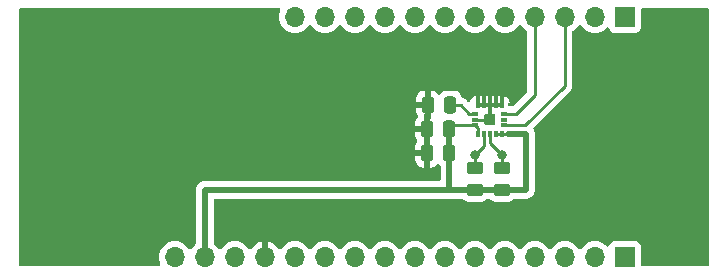
<source format=gbr>
%TF.GenerationSoftware,KiCad,Pcbnew,7.0.6-0*%
%TF.CreationDate,2023-10-22T23:09:20-07:00*%
%TF.ProjectId,esp32_daughtercard,65737033-325f-4646-9175-676874657263,1.0*%
%TF.SameCoordinates,Original*%
%TF.FileFunction,Copper,L1,Top*%
%TF.FilePolarity,Positive*%
%FSLAX46Y46*%
G04 Gerber Fmt 4.6, Leading zero omitted, Abs format (unit mm)*
G04 Created by KiCad (PCBNEW 7.0.6-0) date 2023-10-22 23:09:20*
%MOMM*%
%LPD*%
G01*
G04 APERTURE LIST*
G04 Aperture macros list*
%AMRoundRect*
0 Rectangle with rounded corners*
0 $1 Rounding radius*
0 $2 $3 $4 $5 $6 $7 $8 $9 X,Y pos of 4 corners*
0 Add a 4 corners polygon primitive as box body*
4,1,4,$2,$3,$4,$5,$6,$7,$8,$9,$2,$3,0*
0 Add four circle primitives for the rounded corners*
1,1,$1+$1,$2,$3*
1,1,$1+$1,$4,$5*
1,1,$1+$1,$6,$7*
1,1,$1+$1,$8,$9*
0 Add four rect primitives between the rounded corners*
20,1,$1+$1,$2,$3,$4,$5,0*
20,1,$1+$1,$4,$5,$6,$7,0*
20,1,$1+$1,$6,$7,$8,$9,0*
20,1,$1+$1,$8,$9,$2,$3,0*%
G04 Aperture macros list end*
%TA.AperFunction,SMDPad,CuDef*%
%ADD10RoundRect,0.087500X0.087500X-0.187500X0.087500X0.187500X-0.087500X0.187500X-0.087500X-0.187500X0*%
%TD*%
%TA.AperFunction,SMDPad,CuDef*%
%ADD11RoundRect,0.087500X0.187500X-0.087500X0.187500X0.087500X-0.187500X0.087500X-0.187500X-0.087500X0*%
%TD*%
%TA.AperFunction,SMDPad,CuDef*%
%ADD12RoundRect,0.250000X0.450000X-0.262500X0.450000X0.262500X-0.450000X0.262500X-0.450000X-0.262500X0*%
%TD*%
%TA.AperFunction,ComponentPad*%
%ADD13R,1.700000X1.700000*%
%TD*%
%TA.AperFunction,ComponentPad*%
%ADD14O,1.700000X1.700000*%
%TD*%
%TA.AperFunction,SMDPad,CuDef*%
%ADD15RoundRect,0.250000X0.250000X0.475000X-0.250000X0.475000X-0.250000X-0.475000X0.250000X-0.475000X0*%
%TD*%
%TA.AperFunction,ViaPad*%
%ADD16C,0.800000*%
%TD*%
%TA.AperFunction,Conductor*%
%ADD17C,0.250000*%
%TD*%
%TA.AperFunction,Conductor*%
%ADD18C,0.500000*%
%TD*%
G04 APERTURE END LIST*
D10*
%TO.P,U2,1,VDDIO*%
%TO.N,+3.3V*%
X160544000Y-96520000D03*
%TO.P,U2,2,SCL/SPC*%
%TO.N,SCL*%
X161044000Y-96520000D03*
%TO.P,U2,3,SDA/SDI*%
%TO.N,SDA*%
X161544000Y-96520000D03*
%TO.P,U2,4,SAO/SD0*%
%TO.N,+3.3V*%
X162044000Y-96520000D03*
%TO.P,U2,5,~{CS}*%
X162544000Y-96520000D03*
D11*
%TO.P,U2,6,INT*%
%TO.N,GPIO14*%
X162769000Y-95795000D03*
%TO.P,U2,7,RESV*%
%TO.N,unconnected-(U2-RESV-Pad7)*%
X162769000Y-95295000D03*
%TO.P,U2,8,FSYNC*%
%TO.N,GPIO32*%
X162769000Y-94795000D03*
D10*
%TO.P,U2,9,GND*%
%TO.N,GND*%
X162544000Y-94070000D03*
%TO.P,U2,10,GND*%
X162044000Y-94070000D03*
%TO.P,U2,11,GND*%
X161544000Y-94070000D03*
%TO.P,U2,12,GND*%
X161044000Y-94070000D03*
%TO.P,U2,13,GND*%
X160544000Y-94070000D03*
D11*
%TO.P,U2,14,REGOUT*%
%TO.N,Net-(U2-REGOUT)*%
X160319000Y-94795000D03*
%TO.P,U2,15,GND*%
%TO.N,GND*%
X160319000Y-95295000D03*
%TO.P,U2,16,VDD*%
%TO.N,+3.3V*%
X160319000Y-95795000D03*
%TD*%
D12*
%TO.P,R1,1*%
%TO.N,+3.3V*%
X160274000Y-101242500D03*
%TO.P,R1,2*%
%TO.N,SCL*%
X160274000Y-99417500D03*
%TD*%
D13*
%TO.P,J1,1,Pin_1*%
%TO.N,SDA*%
X172974000Y-86614000D03*
D14*
%TO.P,J1,2,Pin_2*%
%TO.N,SCL*%
X170434000Y-86614000D03*
%TO.P,J1,3,Pin_3*%
%TO.N,GPIO14*%
X167894000Y-86614000D03*
%TO.P,J1,4,Pin_4*%
%TO.N,GPIO32*%
X165354000Y-86614000D03*
%TO.P,J1,5,Pin_5*%
%TO.N,GPIO15*%
X162814000Y-86614000D03*
%TO.P,J1,6,Pin_6*%
%TO.N,GPIO33*%
X160274000Y-86614000D03*
%TO.P,J1,7,Pin_7*%
%TO.N,GPIO27*%
X157734000Y-86614000D03*
%TO.P,J1,8,Pin_8*%
%TO.N,GPIO12*%
X155194000Y-86614000D03*
%TO.P,J1,9,Pin_9*%
%TO.N,LED*%
X152654000Y-86614000D03*
%TO.P,J1,10,Pin_10*%
%TO.N,VUSB*%
X150114000Y-86614000D03*
%TO.P,J1,11,Pin_11*%
%TO.N,EN*%
X147574000Y-86614000D03*
%TO.P,J1,12,Pin_12*%
%TO.N,VBAT*%
X145034000Y-86614000D03*
%TD*%
D13*
%TO.P,J2,1,Pin_1*%
%TO.N,GPIO04*%
X172974000Y-106934000D03*
D14*
%TO.P,J2,2,Pin_2*%
%TO.N,TX*%
X170434000Y-106934000D03*
%TO.P,J2,3,Pin_3*%
%TO.N,RX*%
X167894000Y-106934000D03*
%TO.P,J2,4,Pin_4*%
%TO.N,POCI*%
X165354000Y-106934000D03*
%TO.P,J2,5,Pin_5*%
%TO.N,PICO*%
X162814000Y-106934000D03*
%TO.P,J2,6,Pin_6*%
%TO.N,SCK*%
X160274000Y-106934000D03*
%TO.P,J2,7,Pin_7*%
%TO.N,A5*%
X157734000Y-106934000D03*
%TO.P,J2,8,Pin_8*%
%TO.N,A4*%
X155194000Y-106934000D03*
%TO.P,J2,9,Pin_9*%
%TO.N,A3*%
X152654000Y-106934000D03*
%TO.P,J2,10,Pin_10*%
%TO.N,A2*%
X150114000Y-106934000D03*
%TO.P,J2,11,Pin_11*%
%TO.N,A1*%
X147574000Y-106934000D03*
%TO.P,J2,12,Pin_12*%
%TO.N,A0*%
X145034000Y-106934000D03*
%TO.P,J2,13,Pin_13*%
%TO.N,GND*%
X142494000Y-106934000D03*
%TO.P,J2,14,Pin_14*%
%TO.N,unconnected-(J2-Pin_14-Pad14)*%
X139954000Y-106934000D03*
%TO.P,J2,15,Pin_15*%
%TO.N,+3.3V*%
X137414000Y-106934000D03*
%TO.P,J2,16,Pin_16*%
%TO.N,RESET*%
X134874000Y-106934000D03*
%TD*%
D12*
%TO.P,R2,1*%
%TO.N,+3.3V*%
X162560000Y-101242500D03*
%TO.P,R2,2*%
%TO.N,SDA*%
X162560000Y-99417500D03*
%TD*%
D15*
%TO.P,C2,1*%
%TO.N,+3.3V*%
X158126000Y-96102000D03*
%TO.P,C2,2*%
%TO.N,GND*%
X156226000Y-96102000D03*
%TD*%
%TO.P,C3,1*%
%TO.N,Net-(U2-REGOUT)*%
X158192000Y-94070000D03*
%TO.P,C3,2*%
%TO.N,GND*%
X156292000Y-94070000D03*
%TD*%
%TO.P,C1,1*%
%TO.N,+3.3V*%
X158126000Y-98134000D03*
%TO.P,C1,2*%
%TO.N,GND*%
X156226000Y-98134000D03*
%TD*%
D16*
%TO.N,GND*%
X163068000Y-92202000D03*
X156210000Y-92202000D03*
X156210000Y-99822000D03*
%TO.N,SCL*%
X160274000Y-98298000D03*
%TO.N,SDA*%
X162560000Y-98298000D03*
%TD*%
D17*
%TO.N,+3.3V*%
X162814000Y-96520000D02*
X163068000Y-96520000D01*
X162544000Y-96520000D02*
X162814000Y-96520000D01*
X162814000Y-96520000D02*
X162044000Y-96520000D01*
D18*
X158126000Y-98134000D02*
X158126000Y-101242500D01*
X158496000Y-101242500D02*
X162560000Y-101242500D01*
X164592000Y-96520000D02*
X164592000Y-101242500D01*
X164592000Y-96520000D02*
X163068000Y-96520000D01*
X158126000Y-101242500D02*
X158496000Y-101242500D01*
D17*
X160544000Y-96020000D02*
X160319000Y-95795000D01*
D18*
X137414000Y-101242500D02*
X137414000Y-106934000D01*
X164592000Y-101242500D02*
X162560000Y-101242500D01*
D17*
X160319000Y-95795000D02*
X158433000Y-95795000D01*
X160544000Y-96520000D02*
X160544000Y-96020000D01*
D18*
X158126000Y-98134000D02*
X158126000Y-96102000D01*
X158496000Y-101242500D02*
X137414000Y-101242500D01*
D17*
X158433000Y-95795000D02*
X158126000Y-96102000D01*
%TO.N,GND*%
X160319000Y-95295000D02*
X161290000Y-95295000D01*
%TO.N,Net-(U2-REGOUT)*%
X159819000Y-94795000D02*
X159094000Y-94070000D01*
X159094000Y-94070000D02*
X158192000Y-94070000D01*
X160319000Y-94795000D02*
X159819000Y-94795000D01*
%TO.N,SCL*%
X160274000Y-98298000D02*
X160274000Y-99417500D01*
X160274000Y-98298000D02*
X161044000Y-97528000D01*
X161044000Y-97528000D02*
X161044000Y-96520000D01*
%TO.N,SDA*%
X162560000Y-98298000D02*
X162560000Y-99388000D01*
X161544000Y-97282000D02*
X161544000Y-96520000D01*
X162560000Y-98298000D02*
X161544000Y-97282000D01*
%TO.N,GPIO14*%
X164555000Y-95795000D02*
X167894000Y-92456000D01*
X162769000Y-95795000D02*
X164555000Y-95795000D01*
X167894000Y-92456000D02*
X167894000Y-86614000D01*
%TO.N,GPIO32*%
X163777000Y-94795000D02*
X165354000Y-93218000D01*
X162769000Y-94795000D02*
X163777000Y-94795000D01*
X165354000Y-93218000D02*
X165354000Y-86614000D01*
%TD*%
%TA.AperFunction,Conductor*%
%TO.N,GND*%
G36*
X143771612Y-85871685D02*
G01*
X143817367Y-85924489D01*
X143827311Y-85993647D01*
X143816955Y-86028405D01*
X143760098Y-86150335D01*
X143760094Y-86150344D01*
X143698938Y-86378586D01*
X143698936Y-86378596D01*
X143678341Y-86613999D01*
X143678341Y-86614000D01*
X143698936Y-86849403D01*
X143698938Y-86849413D01*
X143760094Y-87077655D01*
X143760096Y-87077659D01*
X143760097Y-87077663D01*
X143764000Y-87086032D01*
X143859965Y-87291830D01*
X143859967Y-87291834D01*
X143968281Y-87446521D01*
X143995505Y-87485401D01*
X144162599Y-87652495D01*
X144259384Y-87720265D01*
X144356165Y-87788032D01*
X144356167Y-87788033D01*
X144356170Y-87788035D01*
X144570337Y-87887903D01*
X144570343Y-87887904D01*
X144570344Y-87887905D01*
X144625285Y-87902626D01*
X144798592Y-87949063D01*
X144975034Y-87964500D01*
X145033999Y-87969659D01*
X145034000Y-87969659D01*
X145034001Y-87969659D01*
X145092966Y-87964500D01*
X145269408Y-87949063D01*
X145497663Y-87887903D01*
X145711830Y-87788035D01*
X145905401Y-87652495D01*
X146072495Y-87485401D01*
X146202424Y-87299842D01*
X146257002Y-87256217D01*
X146326500Y-87249023D01*
X146388855Y-87280546D01*
X146405575Y-87299842D01*
X146535500Y-87485395D01*
X146535505Y-87485401D01*
X146702599Y-87652495D01*
X146799384Y-87720265D01*
X146896165Y-87788032D01*
X146896167Y-87788033D01*
X146896170Y-87788035D01*
X147110337Y-87887903D01*
X147110343Y-87887904D01*
X147110344Y-87887905D01*
X147165285Y-87902626D01*
X147338592Y-87949063D01*
X147515034Y-87964500D01*
X147573999Y-87969659D01*
X147574000Y-87969659D01*
X147574001Y-87969659D01*
X147632966Y-87964500D01*
X147809408Y-87949063D01*
X148037663Y-87887903D01*
X148251830Y-87788035D01*
X148445401Y-87652495D01*
X148612495Y-87485401D01*
X148742424Y-87299842D01*
X148797002Y-87256217D01*
X148866500Y-87249023D01*
X148928855Y-87280546D01*
X148945575Y-87299842D01*
X149075500Y-87485395D01*
X149075505Y-87485401D01*
X149242599Y-87652495D01*
X149339384Y-87720265D01*
X149436165Y-87788032D01*
X149436167Y-87788033D01*
X149436170Y-87788035D01*
X149650337Y-87887903D01*
X149650343Y-87887904D01*
X149650344Y-87887905D01*
X149705285Y-87902626D01*
X149878592Y-87949063D01*
X150055034Y-87964500D01*
X150113999Y-87969659D01*
X150114000Y-87969659D01*
X150114001Y-87969659D01*
X150172966Y-87964500D01*
X150349408Y-87949063D01*
X150577663Y-87887903D01*
X150791830Y-87788035D01*
X150985401Y-87652495D01*
X151152495Y-87485401D01*
X151282424Y-87299842D01*
X151337002Y-87256217D01*
X151406500Y-87249023D01*
X151468855Y-87280546D01*
X151485575Y-87299842D01*
X151615500Y-87485395D01*
X151615505Y-87485401D01*
X151782599Y-87652495D01*
X151879384Y-87720265D01*
X151976165Y-87788032D01*
X151976167Y-87788033D01*
X151976170Y-87788035D01*
X152190337Y-87887903D01*
X152190343Y-87887904D01*
X152190344Y-87887905D01*
X152245285Y-87902626D01*
X152418592Y-87949063D01*
X152595034Y-87964500D01*
X152653999Y-87969659D01*
X152654000Y-87969659D01*
X152654001Y-87969659D01*
X152712966Y-87964500D01*
X152889408Y-87949063D01*
X153117663Y-87887903D01*
X153331830Y-87788035D01*
X153525401Y-87652495D01*
X153692495Y-87485401D01*
X153822424Y-87299842D01*
X153877002Y-87256217D01*
X153946500Y-87249023D01*
X154008855Y-87280546D01*
X154025575Y-87299842D01*
X154155500Y-87485395D01*
X154155505Y-87485401D01*
X154322599Y-87652495D01*
X154419384Y-87720265D01*
X154516165Y-87788032D01*
X154516167Y-87788033D01*
X154516170Y-87788035D01*
X154730337Y-87887903D01*
X154730343Y-87887904D01*
X154730344Y-87887905D01*
X154785285Y-87902626D01*
X154958592Y-87949063D01*
X155135034Y-87964500D01*
X155193999Y-87969659D01*
X155194000Y-87969659D01*
X155194001Y-87969659D01*
X155252966Y-87964500D01*
X155429408Y-87949063D01*
X155657663Y-87887903D01*
X155871830Y-87788035D01*
X156065401Y-87652495D01*
X156232495Y-87485401D01*
X156362424Y-87299842D01*
X156417002Y-87256217D01*
X156486500Y-87249023D01*
X156548855Y-87280546D01*
X156565575Y-87299842D01*
X156695500Y-87485395D01*
X156695505Y-87485401D01*
X156862599Y-87652495D01*
X156959384Y-87720264D01*
X157056165Y-87788032D01*
X157056167Y-87788033D01*
X157056170Y-87788035D01*
X157270337Y-87887903D01*
X157270343Y-87887904D01*
X157270344Y-87887905D01*
X157325285Y-87902626D01*
X157498592Y-87949063D01*
X157675034Y-87964500D01*
X157733999Y-87969659D01*
X157734000Y-87969659D01*
X157734001Y-87969659D01*
X157792966Y-87964500D01*
X157969408Y-87949063D01*
X158197663Y-87887903D01*
X158411830Y-87788035D01*
X158605401Y-87652495D01*
X158772495Y-87485401D01*
X158902424Y-87299842D01*
X158957002Y-87256217D01*
X159026500Y-87249023D01*
X159088855Y-87280546D01*
X159105575Y-87299842D01*
X159235500Y-87485395D01*
X159235505Y-87485401D01*
X159402599Y-87652495D01*
X159499384Y-87720264D01*
X159596165Y-87788032D01*
X159596167Y-87788033D01*
X159596170Y-87788035D01*
X159810337Y-87887903D01*
X159810343Y-87887904D01*
X159810344Y-87887905D01*
X159865285Y-87902626D01*
X160038592Y-87949063D01*
X160215034Y-87964500D01*
X160273999Y-87969659D01*
X160274000Y-87969659D01*
X160274001Y-87969659D01*
X160332966Y-87964500D01*
X160509408Y-87949063D01*
X160737663Y-87887903D01*
X160951830Y-87788035D01*
X161145401Y-87652495D01*
X161312495Y-87485401D01*
X161442424Y-87299842D01*
X161497002Y-87256217D01*
X161566500Y-87249023D01*
X161628855Y-87280546D01*
X161645575Y-87299842D01*
X161775500Y-87485395D01*
X161775505Y-87485401D01*
X161942599Y-87652495D01*
X162039384Y-87720264D01*
X162136165Y-87788032D01*
X162136167Y-87788033D01*
X162136170Y-87788035D01*
X162350337Y-87887903D01*
X162350343Y-87887904D01*
X162350344Y-87887905D01*
X162405285Y-87902626D01*
X162578592Y-87949063D01*
X162755034Y-87964500D01*
X162813999Y-87969659D01*
X162814000Y-87969659D01*
X162814001Y-87969659D01*
X162872966Y-87964500D01*
X163049408Y-87949063D01*
X163277663Y-87887903D01*
X163491830Y-87788035D01*
X163685401Y-87652495D01*
X163852495Y-87485401D01*
X163982424Y-87299842D01*
X164037002Y-87256217D01*
X164106500Y-87249023D01*
X164168855Y-87280546D01*
X164185575Y-87299842D01*
X164315500Y-87485395D01*
X164315505Y-87485401D01*
X164482599Y-87652495D01*
X164675624Y-87787653D01*
X164719248Y-87842228D01*
X164728500Y-87889226D01*
X164728500Y-92907546D01*
X164708815Y-92974585D01*
X164692181Y-92995227D01*
X163554228Y-94133181D01*
X163492905Y-94166666D01*
X163466547Y-94169500D01*
X163218836Y-94169500D01*
X163171384Y-94160061D01*
X163107406Y-94133561D01*
X163053002Y-94089721D01*
X163030937Y-94023427D01*
X163048216Y-93955727D01*
X163099353Y-93908116D01*
X163154858Y-93895000D01*
X163218999Y-93895000D01*
X163218999Y-93843986D01*
X163203881Y-93729140D01*
X163203877Y-93729128D01*
X163144683Y-93586219D01*
X163144680Y-93586213D01*
X163050510Y-93463490D01*
X163050509Y-93463489D01*
X162927786Y-93369319D01*
X162927780Y-93369316D01*
X162784868Y-93310121D01*
X162719000Y-93301448D01*
X162719000Y-93895000D01*
X162731819Y-93907819D01*
X162765304Y-93969142D01*
X162760320Y-94038834D01*
X162718448Y-94094767D01*
X162652984Y-94119184D01*
X162644138Y-94119500D01*
X162542960Y-94119500D01*
X162542954Y-94119500D01*
X162542949Y-94119501D01*
X162446254Y-94132231D01*
X162434895Y-94130459D01*
X162430594Y-94133561D01*
X162284962Y-94193882D01*
X162251739Y-94219376D01*
X162186569Y-94244570D01*
X162176253Y-94245000D01*
X161719000Y-94245000D01*
X161719000Y-94838548D01*
X161777819Y-94830806D01*
X161810187Y-94830807D01*
X161890310Y-94841356D01*
X161954207Y-94869623D01*
X161992677Y-94927948D01*
X161997063Y-94948108D01*
X162007689Y-95028813D01*
X162007689Y-95061186D01*
X161993500Y-95168952D01*
X161993500Y-95421047D01*
X162007689Y-95528814D01*
X162007689Y-95561186D01*
X161997131Y-95641378D01*
X161968864Y-95705274D01*
X161910539Y-95743745D01*
X161890378Y-95748131D01*
X161810186Y-95758689D01*
X161777814Y-95758689D01*
X161670047Y-95744500D01*
X161670040Y-95744500D01*
X161417960Y-95744500D01*
X161417952Y-95744500D01*
X161310186Y-95758689D01*
X161277814Y-95758689D01*
X161197621Y-95748131D01*
X161133725Y-95719864D01*
X161095254Y-95661540D01*
X161090869Y-95641383D01*
X161080059Y-95559272D01*
X161080059Y-95526903D01*
X161087551Y-95469999D01*
X161074287Y-95454875D01*
X161058755Y-95450315D01*
X161026401Y-95416386D01*
X161025065Y-95417412D01*
X161020117Y-95410964D01*
X161020117Y-95410963D01*
X160989057Y-95370484D01*
X160963864Y-95305318D01*
X160977902Y-95236873D01*
X160989053Y-95219519D01*
X161020117Y-95179037D01*
X161020117Y-95179035D01*
X161025065Y-95172588D01*
X161026844Y-95173953D01*
X161068980Y-95133781D01*
X161077215Y-95131783D01*
X161087549Y-95119999D01*
X161080059Y-95063096D01*
X161080059Y-95030727D01*
X161080311Y-95028813D01*
X161090936Y-94948108D01*
X161119203Y-94884212D01*
X161177527Y-94845741D01*
X161197691Y-94841355D01*
X161277815Y-94830807D01*
X161310183Y-94830807D01*
X161368999Y-94838549D01*
X161369000Y-94838549D01*
X161369000Y-94245000D01*
X160911747Y-94245000D01*
X160844708Y-94225315D01*
X160836261Y-94219376D01*
X160803036Y-94193882D01*
X160803037Y-94193882D01*
X160657406Y-94133561D01*
X160656292Y-94132663D01*
X160641745Y-94132231D01*
X160545050Y-94119501D01*
X160545045Y-94119500D01*
X160545040Y-94119500D01*
X160493000Y-94119500D01*
X160425961Y-94099815D01*
X160380206Y-94047011D01*
X160369000Y-93995500D01*
X160369000Y-93301450D01*
X160368998Y-93301449D01*
X160303140Y-93310118D01*
X160303128Y-93310122D01*
X160160219Y-93369316D01*
X160160213Y-93369319D01*
X160037490Y-93463489D01*
X160037489Y-93463490D01*
X159943319Y-93586213D01*
X159943317Y-93586217D01*
X159882970Y-93731909D01*
X159839129Y-93786312D01*
X159772835Y-93808377D01*
X159705135Y-93791098D01*
X159680728Y-93772137D01*
X159594803Y-93686212D01*
X159584980Y-93673950D01*
X159584759Y-93674134D01*
X159579786Y-93668123D01*
X159564052Y-93653348D01*
X159529364Y-93620773D01*
X159518919Y-93610328D01*
X159508475Y-93599883D01*
X159502986Y-93595625D01*
X159498561Y-93591847D01*
X159464582Y-93559938D01*
X159464580Y-93559936D01*
X159464577Y-93559935D01*
X159447029Y-93550288D01*
X159430763Y-93539604D01*
X159414933Y-93527325D01*
X159372168Y-93508818D01*
X159366922Y-93506248D01*
X159326093Y-93483803D01*
X159326092Y-93483802D01*
X159306693Y-93478822D01*
X159288281Y-93472518D01*
X159269898Y-93464562D01*
X159269894Y-93464561D01*
X159259508Y-93462916D01*
X159196374Y-93432985D01*
X159161204Y-93379449D01*
X159135357Y-93301448D01*
X160719000Y-93301448D01*
X160719000Y-93895000D01*
X160869000Y-93895000D01*
X160869000Y-93301450D01*
X160868998Y-93301449D01*
X160810181Y-93309192D01*
X160777812Y-93309192D01*
X160719000Y-93301448D01*
X161219000Y-93301448D01*
X161219000Y-93895000D01*
X161369000Y-93895000D01*
X161369000Y-93301450D01*
X161368998Y-93301449D01*
X161310181Y-93309192D01*
X161277812Y-93309192D01*
X161219000Y-93301448D01*
X161719000Y-93301448D01*
X161719000Y-93895000D01*
X161869000Y-93895000D01*
X161869000Y-93301450D01*
X161868998Y-93301449D01*
X161810181Y-93309192D01*
X161777812Y-93309192D01*
X161719000Y-93301448D01*
X162219000Y-93301448D01*
X162219000Y-93895000D01*
X162368998Y-93895000D01*
X162369000Y-93894998D01*
X162369000Y-93301450D01*
X162368998Y-93301449D01*
X162310181Y-93309192D01*
X162277812Y-93309192D01*
X162219000Y-93301448D01*
X161719000Y-93301448D01*
X161219000Y-93301448D01*
X160719000Y-93301448D01*
X159135357Y-93301448D01*
X159126814Y-93275666D01*
X159034712Y-93126344D01*
X158910656Y-93002288D01*
X158761334Y-92910186D01*
X158594797Y-92855001D01*
X158594795Y-92855000D01*
X158492010Y-92844500D01*
X157891998Y-92844500D01*
X157891980Y-92844501D01*
X157789203Y-92855000D01*
X157789200Y-92855001D01*
X157622668Y-92910185D01*
X157622663Y-92910187D01*
X157473342Y-93002289D01*
X157349288Y-93126343D01*
X157349283Y-93126349D01*
X157347241Y-93129661D01*
X157345247Y-93131453D01*
X157344807Y-93132011D01*
X157344711Y-93131935D01*
X157295291Y-93176383D01*
X157226328Y-93187602D01*
X157162247Y-93159755D01*
X157136168Y-93129656D01*
X157134319Y-93126659D01*
X157134316Y-93126655D01*
X157010345Y-93002684D01*
X156861124Y-92910643D01*
X156861119Y-92910641D01*
X156694697Y-92855494D01*
X156694690Y-92855493D01*
X156591986Y-92845000D01*
X156542000Y-92845000D01*
X156542000Y-95217638D01*
X156522315Y-95284677D01*
X156505681Y-95305319D01*
X156476000Y-95335000D01*
X156476000Y-99358999D01*
X156525972Y-99358999D01*
X156525986Y-99358998D01*
X156628697Y-99348505D01*
X156795119Y-99293358D01*
X156795124Y-99293356D01*
X156944345Y-99201315D01*
X157068318Y-99077342D01*
X157070165Y-99074348D01*
X157071969Y-99072724D01*
X157072798Y-99071677D01*
X157072976Y-99071818D01*
X157122110Y-99027621D01*
X157191073Y-99016396D01*
X157255156Y-99044236D01*
X157281243Y-99074341D01*
X157283288Y-99077656D01*
X157283289Y-99077657D01*
X157339181Y-99133549D01*
X157372666Y-99194872D01*
X157375500Y-99221230D01*
X157375500Y-100368000D01*
X157355815Y-100435039D01*
X157303011Y-100480794D01*
X157251500Y-100492000D01*
X137437641Y-100492000D01*
X137434040Y-100491895D01*
X137370065Y-100488169D01*
X137370062Y-100488169D01*
X137306943Y-100499298D01*
X137303375Y-100499821D01*
X137239750Y-100507258D01*
X137239743Y-100507259D01*
X137229201Y-100511096D01*
X137208335Y-100516686D01*
X137197297Y-100518632D01*
X137197285Y-100518636D01*
X137138450Y-100544014D01*
X137135100Y-100545345D01*
X137074885Y-100567261D01*
X137074881Y-100567263D01*
X137065502Y-100573431D01*
X137046498Y-100583677D01*
X137036204Y-100588118D01*
X137036189Y-100588126D01*
X136984794Y-100626389D01*
X136981841Y-100628457D01*
X136928306Y-100663668D01*
X136920606Y-100671829D01*
X136904469Y-100686189D01*
X136895470Y-100692888D01*
X136854274Y-100741983D01*
X136851878Y-100744676D01*
X136807905Y-100791284D01*
X136802300Y-100800993D01*
X136789909Y-100818691D01*
X136782699Y-100827283D01*
X136753940Y-100884547D01*
X136752229Y-100887720D01*
X136720188Y-100943217D01*
X136720187Y-100943219D01*
X136716968Y-100953970D01*
X136708996Y-100974037D01*
X136703960Y-100984065D01*
X136703959Y-100984069D01*
X136689182Y-101046412D01*
X136688249Y-101049893D01*
X136669869Y-101111292D01*
X136669217Y-101122490D01*
X136666087Y-101143861D01*
X136663500Y-101154779D01*
X136663500Y-101218858D01*
X136663395Y-101222463D01*
X136659669Y-101286434D01*
X136659669Y-101286435D01*
X136661616Y-101297477D01*
X136663500Y-101319009D01*
X136663500Y-105746298D01*
X136643815Y-105813337D01*
X136610625Y-105847872D01*
X136542595Y-105895507D01*
X136375505Y-106062597D01*
X136245575Y-106248158D01*
X136190998Y-106291783D01*
X136121500Y-106298977D01*
X136059145Y-106267454D01*
X136042425Y-106248158D01*
X135912494Y-106062597D01*
X135745402Y-105895506D01*
X135745395Y-105895501D01*
X135551834Y-105759967D01*
X135551830Y-105759965D01*
X135522521Y-105746298D01*
X135337663Y-105660097D01*
X135337659Y-105660096D01*
X135337655Y-105660094D01*
X135109413Y-105598938D01*
X135109403Y-105598936D01*
X134874001Y-105578341D01*
X134873999Y-105578341D01*
X134638596Y-105598936D01*
X134638586Y-105598938D01*
X134410344Y-105660094D01*
X134410335Y-105660098D01*
X134196171Y-105759964D01*
X134196169Y-105759965D01*
X134002597Y-105895505D01*
X133835505Y-106062597D01*
X133699965Y-106256169D01*
X133699964Y-106256171D01*
X133600098Y-106470335D01*
X133600094Y-106470344D01*
X133538938Y-106698586D01*
X133538936Y-106698596D01*
X133518341Y-106933999D01*
X133518341Y-106934000D01*
X133538936Y-107169403D01*
X133538938Y-107169413D01*
X133600094Y-107397655D01*
X133600096Y-107397659D01*
X133600097Y-107397663D01*
X133656955Y-107519595D01*
X133667447Y-107588673D01*
X133638927Y-107652457D01*
X133580451Y-107690696D01*
X133544573Y-107696000D01*
X121790000Y-107696000D01*
X121722961Y-107676315D01*
X121677206Y-107623511D01*
X121666000Y-107572000D01*
X121666000Y-98384000D01*
X155226001Y-98384000D01*
X155226001Y-98658986D01*
X155236494Y-98761697D01*
X155291641Y-98928119D01*
X155291643Y-98928124D01*
X155383684Y-99077345D01*
X155507654Y-99201315D01*
X155656875Y-99293356D01*
X155656880Y-99293358D01*
X155823302Y-99348505D01*
X155823309Y-99348506D01*
X155926019Y-99358999D01*
X155975999Y-99358998D01*
X155976000Y-99358998D01*
X155976000Y-98384000D01*
X155226001Y-98384000D01*
X121666000Y-98384000D01*
X121666000Y-97884000D01*
X155226000Y-97884000D01*
X155976000Y-97884000D01*
X155976000Y-96352000D01*
X155226001Y-96352000D01*
X155226001Y-96626986D01*
X155236494Y-96729697D01*
X155291641Y-96896119D01*
X155291643Y-96896124D01*
X155387475Y-97051491D01*
X155385108Y-97052950D01*
X155406461Y-97105912D01*
X155393406Y-97174551D01*
X155387139Y-97184301D01*
X155387475Y-97184509D01*
X155291643Y-97339875D01*
X155291641Y-97339880D01*
X155236494Y-97506302D01*
X155236493Y-97506309D01*
X155226000Y-97609013D01*
X155226000Y-97884000D01*
X121666000Y-97884000D01*
X121666000Y-95852000D01*
X155226000Y-95852000D01*
X155976000Y-95852000D01*
X155976000Y-94954361D01*
X155995685Y-94887322D01*
X156012319Y-94866679D01*
X156042000Y-94836998D01*
X156042000Y-94320000D01*
X155292001Y-94320000D01*
X155292001Y-94594986D01*
X155302494Y-94697697D01*
X155357641Y-94864119D01*
X155357643Y-94864124D01*
X155428468Y-94978949D01*
X155446908Y-95046342D01*
X155425985Y-95113005D01*
X155410612Y-95131726D01*
X155383684Y-95158654D01*
X155291643Y-95307875D01*
X155291641Y-95307880D01*
X155236494Y-95474302D01*
X155236493Y-95474309D01*
X155226000Y-95577013D01*
X155226000Y-95852000D01*
X121666000Y-95852000D01*
X121666000Y-93820000D01*
X155292000Y-93820000D01*
X156042000Y-93820000D01*
X156042000Y-92845000D01*
X156041999Y-92844999D01*
X155992029Y-92845000D01*
X155992011Y-92845001D01*
X155889302Y-92855494D01*
X155722880Y-92910641D01*
X155722875Y-92910643D01*
X155573654Y-93002684D01*
X155449684Y-93126654D01*
X155357643Y-93275875D01*
X155357641Y-93275880D01*
X155302494Y-93442302D01*
X155302493Y-93442309D01*
X155292000Y-93545013D01*
X155292000Y-93820000D01*
X121666000Y-93820000D01*
X121666000Y-85976000D01*
X121685685Y-85908961D01*
X121738489Y-85863206D01*
X121790000Y-85852000D01*
X143704573Y-85852000D01*
X143771612Y-85871685D01*
G37*
%TD.AperFunction*%
%TA.AperFunction,Conductor*%
G36*
X180029039Y-85871685D02*
G01*
X180074794Y-85924489D01*
X180086000Y-85976000D01*
X180086000Y-107572000D01*
X180066315Y-107639039D01*
X180013511Y-107684794D01*
X179962000Y-107696000D01*
X174448500Y-107696000D01*
X174381461Y-107676315D01*
X174335706Y-107623511D01*
X174324500Y-107572000D01*
X174324499Y-106036129D01*
X174324498Y-106036123D01*
X174318091Y-105976516D01*
X174267797Y-105841671D01*
X174267793Y-105841664D01*
X174181547Y-105726455D01*
X174181544Y-105726452D01*
X174066335Y-105640206D01*
X174066328Y-105640202D01*
X173931482Y-105589908D01*
X173931483Y-105589908D01*
X173871883Y-105583501D01*
X173871881Y-105583500D01*
X173871873Y-105583500D01*
X173871864Y-105583500D01*
X172076129Y-105583500D01*
X172076123Y-105583501D01*
X172016516Y-105589908D01*
X171881671Y-105640202D01*
X171881664Y-105640206D01*
X171766455Y-105726452D01*
X171766452Y-105726455D01*
X171680206Y-105841664D01*
X171680203Y-105841669D01*
X171631189Y-105973083D01*
X171589317Y-106029016D01*
X171523853Y-106053433D01*
X171455580Y-106038581D01*
X171427326Y-106017430D01*
X171305402Y-105895506D01*
X171305395Y-105895501D01*
X171111834Y-105759967D01*
X171111830Y-105759965D01*
X171082521Y-105746298D01*
X170897663Y-105660097D01*
X170897659Y-105660096D01*
X170897655Y-105660094D01*
X170669413Y-105598938D01*
X170669403Y-105598936D01*
X170434001Y-105578341D01*
X170433999Y-105578341D01*
X170198596Y-105598936D01*
X170198586Y-105598938D01*
X169970344Y-105660094D01*
X169970335Y-105660098D01*
X169756171Y-105759964D01*
X169756169Y-105759965D01*
X169562597Y-105895505D01*
X169395505Y-106062597D01*
X169265575Y-106248158D01*
X169210998Y-106291783D01*
X169141500Y-106298977D01*
X169079145Y-106267454D01*
X169062425Y-106248158D01*
X168932494Y-106062597D01*
X168765402Y-105895506D01*
X168765395Y-105895501D01*
X168571834Y-105759967D01*
X168571830Y-105759965D01*
X168542521Y-105746298D01*
X168357663Y-105660097D01*
X168357659Y-105660096D01*
X168357655Y-105660094D01*
X168129413Y-105598938D01*
X168129403Y-105598936D01*
X167894001Y-105578341D01*
X167893999Y-105578341D01*
X167658596Y-105598936D01*
X167658586Y-105598938D01*
X167430344Y-105660094D01*
X167430335Y-105660098D01*
X167216171Y-105759964D01*
X167216169Y-105759965D01*
X167022597Y-105895505D01*
X166855508Y-106062594D01*
X166725574Y-106248159D01*
X166670997Y-106291784D01*
X166601498Y-106298976D01*
X166539144Y-106267454D01*
X166522424Y-106248158D01*
X166392494Y-106062597D01*
X166225402Y-105895506D01*
X166225395Y-105895501D01*
X166031834Y-105759967D01*
X166031830Y-105759965D01*
X166002521Y-105746298D01*
X165817663Y-105660097D01*
X165817659Y-105660096D01*
X165817655Y-105660094D01*
X165589413Y-105598938D01*
X165589403Y-105598936D01*
X165354001Y-105578341D01*
X165353999Y-105578341D01*
X165118596Y-105598936D01*
X165118586Y-105598938D01*
X164890344Y-105660094D01*
X164890335Y-105660098D01*
X164676171Y-105759964D01*
X164676169Y-105759965D01*
X164482597Y-105895505D01*
X164315505Y-106062597D01*
X164185575Y-106248158D01*
X164130998Y-106291783D01*
X164061500Y-106298977D01*
X163999145Y-106267454D01*
X163982425Y-106248158D01*
X163852494Y-106062597D01*
X163685402Y-105895506D01*
X163685395Y-105895501D01*
X163491834Y-105759967D01*
X163491830Y-105759965D01*
X163462521Y-105746298D01*
X163277663Y-105660097D01*
X163277659Y-105660096D01*
X163277655Y-105660094D01*
X163049413Y-105598938D01*
X163049403Y-105598936D01*
X162814001Y-105578341D01*
X162813999Y-105578341D01*
X162578596Y-105598936D01*
X162578586Y-105598938D01*
X162350344Y-105660094D01*
X162350335Y-105660098D01*
X162136171Y-105759964D01*
X162136169Y-105759965D01*
X161942597Y-105895505D01*
X161775505Y-106062597D01*
X161645575Y-106248158D01*
X161590998Y-106291783D01*
X161521500Y-106298977D01*
X161459145Y-106267454D01*
X161442425Y-106248158D01*
X161312494Y-106062597D01*
X161145402Y-105895506D01*
X161145395Y-105895501D01*
X160951834Y-105759967D01*
X160951830Y-105759965D01*
X160922521Y-105746298D01*
X160737663Y-105660097D01*
X160737659Y-105660096D01*
X160737655Y-105660094D01*
X160509413Y-105598938D01*
X160509403Y-105598936D01*
X160274001Y-105578341D01*
X160273999Y-105578341D01*
X160038596Y-105598936D01*
X160038586Y-105598938D01*
X159810344Y-105660094D01*
X159810335Y-105660098D01*
X159596171Y-105759964D01*
X159596169Y-105759965D01*
X159402597Y-105895505D01*
X159235505Y-106062597D01*
X159105575Y-106248158D01*
X159050998Y-106291783D01*
X158981500Y-106298977D01*
X158919145Y-106267454D01*
X158902425Y-106248158D01*
X158772494Y-106062597D01*
X158605402Y-105895506D01*
X158605395Y-105895501D01*
X158411834Y-105759967D01*
X158411830Y-105759965D01*
X158382521Y-105746298D01*
X158197663Y-105660097D01*
X158197659Y-105660096D01*
X158197655Y-105660094D01*
X157969413Y-105598938D01*
X157969403Y-105598936D01*
X157734001Y-105578341D01*
X157733999Y-105578341D01*
X157498596Y-105598936D01*
X157498586Y-105598938D01*
X157270344Y-105660094D01*
X157270335Y-105660098D01*
X157056171Y-105759964D01*
X157056169Y-105759965D01*
X156862597Y-105895505D01*
X156695505Y-106062597D01*
X156565575Y-106248158D01*
X156510998Y-106291783D01*
X156441500Y-106298977D01*
X156379145Y-106267454D01*
X156362425Y-106248158D01*
X156232494Y-106062597D01*
X156065402Y-105895506D01*
X156065395Y-105895501D01*
X155871834Y-105759967D01*
X155871830Y-105759965D01*
X155842521Y-105746298D01*
X155657663Y-105660097D01*
X155657659Y-105660096D01*
X155657655Y-105660094D01*
X155429413Y-105598938D01*
X155429403Y-105598936D01*
X155194001Y-105578341D01*
X155193999Y-105578341D01*
X154958596Y-105598936D01*
X154958586Y-105598938D01*
X154730344Y-105660094D01*
X154730335Y-105660098D01*
X154516171Y-105759964D01*
X154516169Y-105759965D01*
X154322597Y-105895505D01*
X154155505Y-106062597D01*
X154025575Y-106248158D01*
X153970998Y-106291783D01*
X153901500Y-106298977D01*
X153839145Y-106267454D01*
X153822425Y-106248158D01*
X153692494Y-106062597D01*
X153525402Y-105895506D01*
X153525395Y-105895501D01*
X153331834Y-105759967D01*
X153331830Y-105759965D01*
X153302521Y-105746298D01*
X153117663Y-105660097D01*
X153117659Y-105660096D01*
X153117655Y-105660094D01*
X152889413Y-105598938D01*
X152889403Y-105598936D01*
X152654001Y-105578341D01*
X152653999Y-105578341D01*
X152418596Y-105598936D01*
X152418586Y-105598938D01*
X152190344Y-105660094D01*
X152190335Y-105660098D01*
X151976171Y-105759964D01*
X151976169Y-105759965D01*
X151782597Y-105895505D01*
X151615505Y-106062597D01*
X151485575Y-106248158D01*
X151430998Y-106291783D01*
X151361500Y-106298977D01*
X151299145Y-106267454D01*
X151282425Y-106248158D01*
X151152494Y-106062597D01*
X150985402Y-105895506D01*
X150985395Y-105895501D01*
X150791834Y-105759967D01*
X150791830Y-105759965D01*
X150762521Y-105746298D01*
X150577663Y-105660097D01*
X150577659Y-105660096D01*
X150577655Y-105660094D01*
X150349413Y-105598938D01*
X150349403Y-105598936D01*
X150114001Y-105578341D01*
X150113999Y-105578341D01*
X149878596Y-105598936D01*
X149878586Y-105598938D01*
X149650344Y-105660094D01*
X149650335Y-105660098D01*
X149436171Y-105759964D01*
X149436169Y-105759965D01*
X149242597Y-105895505D01*
X149075505Y-106062597D01*
X148945575Y-106248158D01*
X148890998Y-106291783D01*
X148821500Y-106298977D01*
X148759145Y-106267454D01*
X148742425Y-106248158D01*
X148612494Y-106062597D01*
X148445402Y-105895506D01*
X148445395Y-105895501D01*
X148251834Y-105759967D01*
X148251830Y-105759965D01*
X148222521Y-105746298D01*
X148037663Y-105660097D01*
X148037659Y-105660096D01*
X148037655Y-105660094D01*
X147809413Y-105598938D01*
X147809403Y-105598936D01*
X147574001Y-105578341D01*
X147573999Y-105578341D01*
X147338596Y-105598936D01*
X147338586Y-105598938D01*
X147110344Y-105660094D01*
X147110335Y-105660098D01*
X146896171Y-105759964D01*
X146896169Y-105759965D01*
X146702597Y-105895505D01*
X146535505Y-106062597D01*
X146405575Y-106248158D01*
X146350998Y-106291783D01*
X146281500Y-106298977D01*
X146219145Y-106267454D01*
X146202425Y-106248158D01*
X146072494Y-106062597D01*
X145905402Y-105895506D01*
X145905395Y-105895501D01*
X145711834Y-105759967D01*
X145711830Y-105759965D01*
X145682521Y-105746298D01*
X145497663Y-105660097D01*
X145497659Y-105660096D01*
X145497655Y-105660094D01*
X145269413Y-105598938D01*
X145269403Y-105598936D01*
X145034001Y-105578341D01*
X145033999Y-105578341D01*
X144798596Y-105598936D01*
X144798586Y-105598938D01*
X144570344Y-105660094D01*
X144570335Y-105660098D01*
X144356171Y-105759964D01*
X144356169Y-105759965D01*
X144162597Y-105895505D01*
X143995508Y-106062594D01*
X143865269Y-106248595D01*
X143810692Y-106292219D01*
X143741193Y-106299412D01*
X143678839Y-106267890D01*
X143662119Y-106248594D01*
X143532113Y-106062926D01*
X143532108Y-106062920D01*
X143365082Y-105895894D01*
X143171578Y-105760399D01*
X142957492Y-105660570D01*
X142957486Y-105660567D01*
X142744000Y-105603364D01*
X142744000Y-106498498D01*
X142636315Y-106449320D01*
X142529763Y-106434000D01*
X142458237Y-106434000D01*
X142351685Y-106449320D01*
X142244000Y-106498498D01*
X142244000Y-105603364D01*
X142243999Y-105603364D01*
X142030513Y-105660567D01*
X142030507Y-105660570D01*
X141816422Y-105760399D01*
X141816420Y-105760400D01*
X141622926Y-105895886D01*
X141622920Y-105895891D01*
X141455891Y-106062920D01*
X141455890Y-106062922D01*
X141325880Y-106248595D01*
X141271303Y-106292219D01*
X141201804Y-106299412D01*
X141139450Y-106267890D01*
X141122730Y-106248594D01*
X140992494Y-106062597D01*
X140825402Y-105895506D01*
X140825395Y-105895501D01*
X140631834Y-105759967D01*
X140631830Y-105759965D01*
X140602521Y-105746298D01*
X140417663Y-105660097D01*
X140417659Y-105660096D01*
X140417655Y-105660094D01*
X140189413Y-105598938D01*
X140189403Y-105598936D01*
X139954001Y-105578341D01*
X139953999Y-105578341D01*
X139718596Y-105598936D01*
X139718586Y-105598938D01*
X139490344Y-105660094D01*
X139490335Y-105660098D01*
X139276171Y-105759964D01*
X139276169Y-105759965D01*
X139082597Y-105895505D01*
X138915505Y-106062597D01*
X138785575Y-106248158D01*
X138730998Y-106291783D01*
X138661500Y-106298977D01*
X138599145Y-106267454D01*
X138582425Y-106248158D01*
X138452494Y-106062597D01*
X138285404Y-105895507D01*
X138217375Y-105847872D01*
X138173751Y-105793294D01*
X138164500Y-105746298D01*
X138164500Y-102117000D01*
X138184185Y-102049961D01*
X138236989Y-102004206D01*
X138288500Y-101993000D01*
X158038279Y-101993000D01*
X158102359Y-101993000D01*
X158105959Y-101993104D01*
X158169935Y-101996831D01*
X158180976Y-101994884D01*
X158202509Y-101993000D01*
X158408279Y-101993000D01*
X159199270Y-101993000D01*
X159266309Y-102012685D01*
X159286951Y-102029319D01*
X159355344Y-102097712D01*
X159504666Y-102189814D01*
X159671203Y-102244999D01*
X159773991Y-102255500D01*
X160774008Y-102255499D01*
X160774016Y-102255498D01*
X160774019Y-102255498D01*
X160830302Y-102249748D01*
X160876797Y-102244999D01*
X161043334Y-102189814D01*
X161192656Y-102097712D01*
X161261048Y-102029319D01*
X161322372Y-101995834D01*
X161348730Y-101993000D01*
X161485270Y-101993000D01*
X161552309Y-102012685D01*
X161572951Y-102029319D01*
X161641344Y-102097712D01*
X161790666Y-102189814D01*
X161957203Y-102244999D01*
X162059991Y-102255500D01*
X163060008Y-102255499D01*
X163060016Y-102255498D01*
X163060019Y-102255498D01*
X163116302Y-102249748D01*
X163162797Y-102244999D01*
X163329334Y-102189814D01*
X163478656Y-102097712D01*
X163547048Y-102029319D01*
X163608372Y-101995834D01*
X163634730Y-101993000D01*
X164568359Y-101993000D01*
X164571959Y-101993104D01*
X164635935Y-101996831D01*
X164699064Y-101985698D01*
X164702606Y-101985179D01*
X164766255Y-101977741D01*
X164776782Y-101973908D01*
X164797672Y-101968311D01*
X164808711Y-101966365D01*
X164867555Y-101940982D01*
X164870876Y-101939661D01*
X164931117Y-101917737D01*
X164940488Y-101911572D01*
X164959506Y-101901318D01*
X164969804Y-101896877D01*
X165021233Y-101858587D01*
X165024128Y-101856560D01*
X165077696Y-101821330D01*
X165085391Y-101813172D01*
X165101534Y-101798806D01*
X165110530Y-101792110D01*
X165151751Y-101742982D01*
X165154090Y-101740355D01*
X165198092Y-101693718D01*
X165203700Y-101684002D01*
X165216093Y-101666303D01*
X165223302Y-101657714D01*
X165252080Y-101600409D01*
X165253741Y-101597326D01*
X165285812Y-101541781D01*
X165289029Y-101531033D01*
X165297006Y-101510955D01*
X165302040Y-101500933D01*
X165316822Y-101438559D01*
X165317744Y-101435117D01*
X165336130Y-101373710D01*
X165336781Y-101362518D01*
X165339917Y-101341117D01*
X165342499Y-101330225D01*
X165342500Y-101330221D01*
X165342500Y-101266140D01*
X165342605Y-101262534D01*
X165346331Y-101198565D01*
X165344384Y-101187521D01*
X165342500Y-101165990D01*
X165342500Y-96543640D01*
X165342605Y-96540034D01*
X165346331Y-96476065D01*
X165335202Y-96412954D01*
X165334679Y-96409384D01*
X165332225Y-96388395D01*
X165327241Y-96345745D01*
X165323408Y-96335215D01*
X165317811Y-96314330D01*
X165315865Y-96303289D01*
X165290484Y-96244448D01*
X165289152Y-96241095D01*
X165287160Y-96235624D01*
X165267237Y-96180883D01*
X165261072Y-96171510D01*
X165250818Y-96152491D01*
X165246379Y-96142200D01*
X165246378Y-96142198D01*
X165246377Y-96142196D01*
X165246370Y-96142186D01*
X165244653Y-96139879D01*
X165243964Y-96138018D01*
X165242763Y-96135937D01*
X165243118Y-96135731D01*
X165220410Y-96074350D01*
X165235443Y-96006117D01*
X165256432Y-95978156D01*
X168277788Y-92956801D01*
X168290042Y-92946986D01*
X168289859Y-92946764D01*
X168295866Y-92941792D01*
X168295877Y-92941786D01*
X168328030Y-92907546D01*
X168343227Y-92891364D01*
X168353671Y-92880918D01*
X168364120Y-92870471D01*
X168368379Y-92864978D01*
X168372152Y-92860561D01*
X168404062Y-92826582D01*
X168413713Y-92809024D01*
X168424396Y-92792761D01*
X168436673Y-92776936D01*
X168455185Y-92734153D01*
X168457738Y-92728941D01*
X168480197Y-92688092D01*
X168485180Y-92668680D01*
X168491481Y-92650280D01*
X168499437Y-92631896D01*
X168506729Y-92585852D01*
X168507906Y-92580171D01*
X168519500Y-92535019D01*
X168519500Y-92514982D01*
X168521027Y-92495582D01*
X168524160Y-92475804D01*
X168519775Y-92429415D01*
X168519500Y-92423577D01*
X168519500Y-87889226D01*
X168539185Y-87822187D01*
X168572374Y-87787654D01*
X168765401Y-87652495D01*
X168932495Y-87485401D01*
X169062424Y-87299842D01*
X169117002Y-87256217D01*
X169186500Y-87249023D01*
X169248855Y-87280546D01*
X169265575Y-87299842D01*
X169395500Y-87485395D01*
X169395505Y-87485401D01*
X169562599Y-87652495D01*
X169659384Y-87720264D01*
X169756165Y-87788032D01*
X169756167Y-87788033D01*
X169756170Y-87788035D01*
X169970337Y-87887903D01*
X169970343Y-87887904D01*
X169970344Y-87887905D01*
X170025285Y-87902626D01*
X170198592Y-87949063D01*
X170375034Y-87964500D01*
X170433999Y-87969659D01*
X170434000Y-87969659D01*
X170434001Y-87969659D01*
X170492966Y-87964500D01*
X170669408Y-87949063D01*
X170897663Y-87887903D01*
X171111830Y-87788035D01*
X171305401Y-87652495D01*
X171427329Y-87530566D01*
X171488648Y-87497084D01*
X171558340Y-87502068D01*
X171614274Y-87543939D01*
X171631189Y-87574917D01*
X171680202Y-87706328D01*
X171680206Y-87706335D01*
X171766452Y-87821544D01*
X171766455Y-87821547D01*
X171881664Y-87907793D01*
X171881671Y-87907797D01*
X172016517Y-87958091D01*
X172016516Y-87958091D01*
X172023444Y-87958835D01*
X172076127Y-87964500D01*
X173871872Y-87964499D01*
X173931483Y-87958091D01*
X174066331Y-87907796D01*
X174181546Y-87821546D01*
X174267796Y-87706331D01*
X174318091Y-87571483D01*
X174324500Y-87511873D01*
X174324499Y-85975999D01*
X174344184Y-85908961D01*
X174396987Y-85863206D01*
X174448499Y-85852000D01*
X179962000Y-85852000D01*
X180029039Y-85871685D01*
G37*
%TD.AperFunction*%
%TD*%
M02*

</source>
